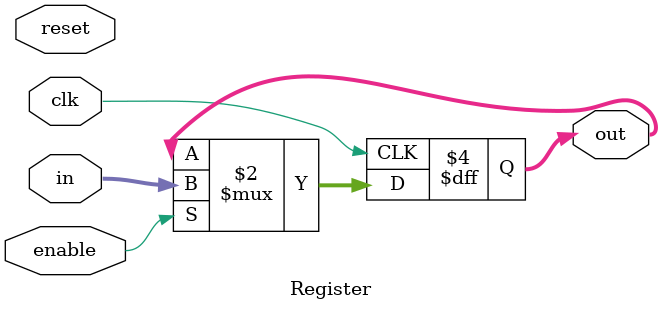
<source format=v>
module Register(
  input wire [WIDTH-1:0] in,
  input wire clk,
  input wire reset,
  input wire enable,
  output reg [WIDTH-1:0] out
);

  parameter WIDTH = 8;

  always @(posedge clk) begin
    if (enable)
      out <= in;
  end

endmodule
</source>
